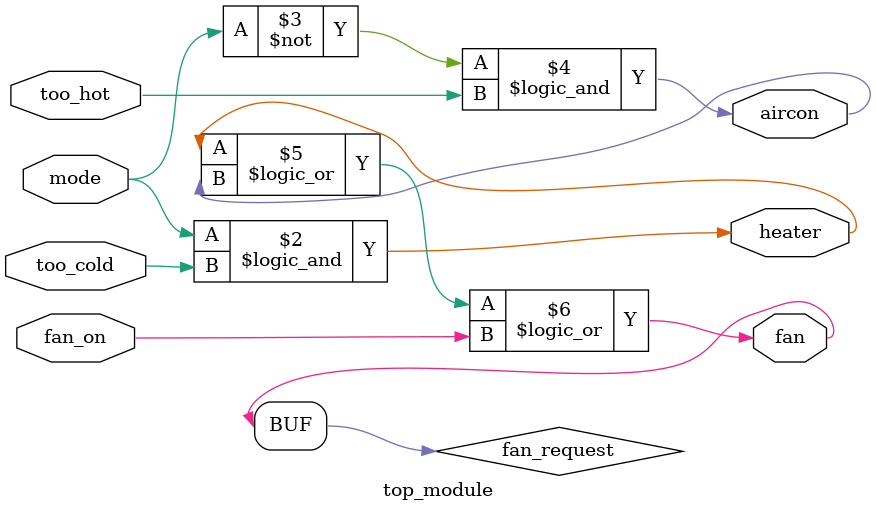
<source format=sv>
module top_module(
    input mode,
    input too_cold,
    input too_hot,
    input fan_on,
    output heater,
    output aircon,
    output fan
);
    
    // Internal signals
    wire fan_request;
    
    // Turn on heater when too_cold is asserted in heating mode
    assign heater = (mode == 1 && too_cold);
    
    // Turn on air conditioner when too_hot is asserted in cooling mode
    assign aircon = (mode == 0 && too_hot);
    
    // Turn on fan when either heater, air conditioner, or fan_on is asserted
    assign fan_request = heater || aircon || fan_on;
    assign fan = fan_request;
    
endmodule

</source>
